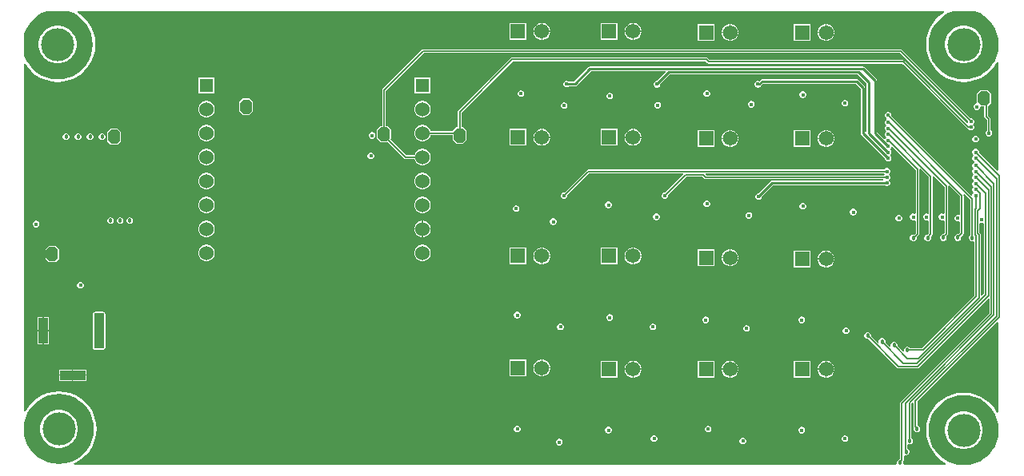
<source format=gbl>
G04*
G04 #@! TF.GenerationSoftware,Altium Limited,Altium Designer,21.5.1 (32)*
G04*
G04 Layer_Physical_Order=4*
G04 Layer_Color=16711680*
%FSLAX25Y25*%
%MOIN*%
G70*
G04*
G04 #@! TF.SameCoordinates,804D03E9-ECC6-49F7-9CEA-4D12CAEBA4D3*
G04*
G04*
G04 #@! TF.FilePolarity,Positive*
G04*
G01*
G75*
%ADD18C,0.01000*%
%ADD71C,0.00700*%
%ADD74R,0.05810X0.05810*%
%ADD75C,0.06000*%
%ADD76C,0.06200*%
%ADD77R,0.06200X0.06200*%
%ADD78R,0.03937X0.14567*%
%ADD79R,0.03937X0.10630*%
%ADD80R,0.10630X0.03937*%
%ADD81C,0.13780*%
%ADD82C,0.01800*%
%ADD83C,0.01772*%
G04:AMPARAMS|DCode=85|XSize=50mil|YSize=60mil|CornerRadius=0mil|HoleSize=0mil|Usage=FLASHONLY|Rotation=180.000|XOffset=0mil|YOffset=0mil|HoleType=Round|Shape=Octagon|*
%AMOCTAGOND85*
4,1,8,0.01250,-0.03000,-0.01250,-0.03000,-0.02500,-0.01750,-0.02500,0.01750,-0.01250,0.03000,0.01250,0.03000,0.02500,0.01750,0.02500,-0.01750,0.01250,-0.03000,0.0*
%
%ADD85OCTAGOND85*%

G36*
X399642Y190537D02*
X401600Y189337D01*
X403346Y187846D01*
X404837Y186100D01*
X406037Y184142D01*
X406915Y182021D01*
X407359Y180172D01*
Y174828D01*
X406915Y172979D01*
X406037Y170858D01*
X404837Y168900D01*
X403346Y167154D01*
X401600Y165663D01*
X399642Y164463D01*
X397521Y163585D01*
X395289Y163049D01*
X393000Y162868D01*
X390711Y163049D01*
X388479Y163585D01*
X386357Y164463D01*
X384400Y165663D01*
X382654Y167154D01*
X381163Y168900D01*
X379963Y170858D01*
X379085Y172979D01*
X378549Y175211D01*
X378368Y177500D01*
X378549Y179789D01*
X379085Y182021D01*
X379963Y184142D01*
X381163Y186100D01*
X382654Y187846D01*
X384400Y189337D01*
X386357Y190537D01*
X388372Y191371D01*
X397628D01*
X399642Y190537D01*
D02*
G37*
G36*
X22142D02*
X24100Y189337D01*
X25846Y187846D01*
X27337Y186100D01*
X28537Y184142D01*
X29415Y182021D01*
X29951Y179789D01*
X30132Y177500D01*
X29951Y175211D01*
X29415Y172979D01*
X28537Y170858D01*
X27337Y168900D01*
X25846Y167154D01*
X24100Y165663D01*
X22142Y164463D01*
X20021Y163585D01*
X17789Y163049D01*
X15500Y162868D01*
X13211Y163049D01*
X10979Y163585D01*
X8857Y164463D01*
X6900Y165663D01*
X5154Y167154D01*
X3663Y168900D01*
X2463Y170858D01*
X1633Y172863D01*
Y182138D01*
X2463Y184142D01*
X3663Y186100D01*
X5154Y187846D01*
X6900Y189337D01*
X8857Y190537D01*
X10872Y191371D01*
X20128D01*
X22142Y190537D01*
D02*
G37*
G36*
X384924Y190890D02*
X383781Y190189D01*
X381909Y188591D01*
X380311Y186719D01*
X379025Y184621D01*
X378083Y182347D01*
X377508Y179954D01*
X377315Y177500D01*
X377508Y175046D01*
X378083Y172653D01*
X379025Y170379D01*
X380311Y168281D01*
X381909Y166409D01*
X383781Y164811D01*
X385879Y163525D01*
X388153Y162583D01*
X390546Y162008D01*
X393000Y161815D01*
X395454Y162008D01*
X397847Y162583D01*
X400121Y163525D01*
X402219Y164811D01*
X404091Y166409D01*
X405689Y168281D01*
X406859Y170190D01*
X407359Y170049D01*
Y124875D01*
X406897Y124684D01*
X399377Y132204D01*
X399386Y132224D01*
Y132776D01*
X399175Y133285D01*
X398785Y133675D01*
X398276Y133886D01*
X397724D01*
X397215Y133675D01*
X396825Y133285D01*
X396614Y132776D01*
Y132224D01*
X396825Y131715D01*
X396964Y131577D01*
X397168Y131250D01*
X396964Y130923D01*
X396825Y130785D01*
X396614Y130276D01*
Y129724D01*
X396825Y129215D01*
X397215Y128825D01*
X397347Y128771D01*
Y128229D01*
X397215Y128175D01*
X396825Y127785D01*
X396614Y127276D01*
Y126724D01*
X396825Y126215D01*
X396964Y126077D01*
X397168Y125750D01*
X396964Y125423D01*
X396825Y125285D01*
X396614Y124776D01*
Y124224D01*
X396825Y123715D01*
X396964Y123577D01*
X397168Y123250D01*
X396964Y122923D01*
X396825Y122785D01*
X396614Y122276D01*
Y121724D01*
X396825Y121215D01*
X397100Y120940D01*
X397171Y120636D01*
X397100Y120332D01*
X396825Y120057D01*
X396614Y119547D01*
Y118996D01*
X396825Y118487D01*
X397176Y118136D01*
X396825Y117785D01*
X396614Y117276D01*
Y116724D01*
X396825Y116215D01*
X396964Y116077D01*
X397168Y115750D01*
X396964Y115423D01*
X396825Y115285D01*
X396614Y114776D01*
Y114674D01*
X396114Y114467D01*
X362877Y147704D01*
X362886Y147724D01*
Y148276D01*
X362675Y148785D01*
X362285Y149175D01*
X361776Y149386D01*
X361224D01*
X360715Y149175D01*
X360325Y148785D01*
X360114Y148276D01*
Y147724D01*
X360325Y147215D01*
X360715Y146825D01*
X360847Y146771D01*
Y146229D01*
X360715Y146175D01*
X360325Y145785D01*
X360114Y145276D01*
Y144724D01*
X360325Y144215D01*
X360464Y144077D01*
X360668Y143750D01*
X360464Y143423D01*
X360325Y143285D01*
X360114Y142776D01*
Y142224D01*
X360325Y141715D01*
X360464Y141577D01*
X360668Y141250D01*
X360464Y140923D01*
X360325Y140785D01*
X360114Y140276D01*
Y139724D01*
X360325Y139215D01*
X360464Y139077D01*
X360668Y138750D01*
X360464Y138423D01*
X360325Y138285D01*
X360245Y138093D01*
X359656Y137975D01*
X356918Y140713D01*
Y162500D01*
X356848Y162851D01*
X356649Y163149D01*
X351863Y167935D01*
X351565Y168134D01*
X351214Y168203D01*
X237286D01*
X236935Y168134D01*
X236637Y167935D01*
X230620Y161918D01*
X228542D01*
X228285Y162175D01*
X227776Y162386D01*
X227224D01*
X226715Y162175D01*
X226325Y161785D01*
X226114Y161276D01*
Y160724D01*
X226325Y160215D01*
X226715Y159825D01*
X227224Y159614D01*
X227776D01*
X228285Y159825D01*
X228542Y160082D01*
X231000D01*
X231351Y160152D01*
X231649Y160351D01*
X237666Y166368D01*
X268756D01*
X268947Y165906D01*
X265312Y162272D01*
X264949D01*
X264439Y162061D01*
X264050Y161671D01*
X263839Y161161D01*
Y160610D01*
X264050Y160101D01*
X264439Y159711D01*
X264949Y159500D01*
X265500D01*
X266009Y159711D01*
X266399Y160101D01*
X266610Y160610D01*
Y160974D01*
X270604Y164968D01*
X348734D01*
X352499Y161203D01*
Y141352D01*
X351999Y141085D01*
X351918Y141139D01*
Y159500D01*
X351848Y159851D01*
X351649Y160149D01*
X349035Y162763D01*
X348737Y162962D01*
X348386Y163032D01*
X309004D01*
X308653Y162962D01*
X308355Y162763D01*
X307772Y162180D01*
X307551Y162272D01*
X307000D01*
X306491Y162061D01*
X306101Y161671D01*
X305890Y161161D01*
Y160610D01*
X306101Y160101D01*
X306491Y159711D01*
X307000Y159500D01*
X307551D01*
X308061Y159711D01*
X308451Y160101D01*
X308566Y160381D01*
X308572Y160385D01*
X309384Y161196D01*
X348006D01*
X350082Y159120D01*
Y140333D01*
X350152Y139982D01*
X350351Y139684D01*
X360114Y129921D01*
Y129724D01*
X360325Y129215D01*
X360715Y128825D01*
X361224Y128614D01*
X361776D01*
X362285Y128825D01*
X362675Y129215D01*
X362886Y129724D01*
Y130276D01*
X362675Y130785D01*
X362537Y130923D01*
X362332Y131250D01*
X362537Y131577D01*
X362675Y131715D01*
X362886Y132224D01*
Y132776D01*
X362675Y133285D01*
X362537Y133423D01*
X362332Y133750D01*
X362537Y134077D01*
X362675Y134215D01*
X362818Y134561D01*
X363348Y134738D01*
X372971Y125114D01*
Y107139D01*
X372471Y106805D01*
X372276Y106886D01*
X371724D01*
X371215Y106675D01*
X370825Y106285D01*
X370614Y105776D01*
Y105224D01*
X370825Y104715D01*
X371215Y104325D01*
X371724Y104114D01*
X372276D01*
X372471Y104195D01*
X372971Y103861D01*
Y98793D01*
X372338Y98160D01*
X372310Y98172D01*
X371753D01*
X371238Y97958D01*
X370844Y97565D01*
X370631Y97050D01*
Y96493D01*
X370844Y95979D01*
X371238Y95585D01*
X371753Y95372D01*
X372310D01*
X372824Y95585D01*
X373218Y95979D01*
X373431Y96493D01*
Y97050D01*
X373419Y97078D01*
X374276Y97935D01*
X374276Y97935D01*
X374442Y98184D01*
X374500Y98476D01*
Y125378D01*
X374625Y125478D01*
X374974Y125611D01*
X378471Y122114D01*
Y107139D01*
X377971Y106805D01*
X377776Y106886D01*
X377224D01*
X376715Y106675D01*
X376325Y106285D01*
X376114Y105776D01*
Y105224D01*
X376325Y104715D01*
X376715Y104325D01*
X377224Y104114D01*
X377776D01*
X377971Y104195D01*
X378471Y103861D01*
Y98541D01*
X378052Y98122D01*
X377753D01*
X377238Y97909D01*
X376844Y97515D01*
X376631Y97001D01*
Y96444D01*
X376844Y95929D01*
X377238Y95536D01*
X377753Y95322D01*
X378310D01*
X378824Y95536D01*
X379218Y95929D01*
X379431Y96444D01*
Y97001D01*
X379332Y97240D01*
X379777Y97684D01*
X379942Y97932D01*
X380000Y98225D01*
X380000Y98225D01*
Y122378D01*
X380125Y122478D01*
X380474Y122611D01*
X384971Y118114D01*
Y107139D01*
X384471Y106805D01*
X384276Y106886D01*
X383724D01*
X383215Y106675D01*
X382825Y106285D01*
X382614Y105776D01*
Y105224D01*
X382825Y104715D01*
X383215Y104325D01*
X383724Y104114D01*
X384276D01*
X384471Y104195D01*
X384971Y103861D01*
Y98742D01*
X384552Y98323D01*
X384253D01*
X383738Y98110D01*
X383344Y97716D01*
X383131Y97202D01*
Y96645D01*
X383344Y96130D01*
X383738Y95736D01*
X384253Y95523D01*
X384810D01*
X385324Y95736D01*
X385718Y96130D01*
X385931Y96645D01*
Y97202D01*
X385832Y97440D01*
X386277Y97885D01*
X386442Y98133D01*
X386501Y98425D01*
X386501Y98426D01*
Y118378D01*
X386625Y118478D01*
X386975Y118611D01*
X391471Y114114D01*
Y106639D01*
X390971Y106305D01*
X390776Y106386D01*
X390224D01*
X389715Y106175D01*
X389325Y105785D01*
X389114Y105276D01*
Y104724D01*
X389325Y104215D01*
X389715Y103825D01*
X390224Y103614D01*
X390776D01*
X390971Y103695D01*
X391471Y103361D01*
Y98895D01*
X390838Y98262D01*
X390810Y98274D01*
X390253D01*
X389738Y98061D01*
X389344Y97667D01*
X389131Y97153D01*
Y96596D01*
X389344Y96081D01*
X389738Y95687D01*
X390253Y95474D01*
X390810D01*
X391324Y95687D01*
X391718Y96081D01*
X391931Y96596D01*
Y97153D01*
X391919Y97181D01*
X392776Y98038D01*
X392776Y98038D01*
X392942Y98286D01*
X393001Y98579D01*
Y114431D01*
X392942Y114724D01*
X392851Y114860D01*
X393239Y115179D01*
X395767Y112652D01*
Y98023D01*
X395738Y98012D01*
X395344Y97618D01*
X395131Y97103D01*
Y96546D01*
X395344Y96032D01*
X395738Y95638D01*
X396253Y95425D01*
X396810D01*
X397017Y95511D01*
X397517Y95177D01*
Y72598D01*
X375683Y50765D01*
X370699D01*
X370687Y50793D01*
X370293Y51187D01*
X369778Y51400D01*
X369221D01*
X368707Y51187D01*
X368313Y50793D01*
X368100Y50279D01*
Y49722D01*
X368187Y49512D01*
X367763Y49229D01*
X365362Y51630D01*
X365400Y51722D01*
Y52279D01*
X365187Y52793D01*
X364793Y53187D01*
X364279Y53400D01*
X363721D01*
X363207Y53187D01*
X362813Y52793D01*
X362600Y52279D01*
Y51722D01*
X362687Y51512D01*
X362263Y51228D01*
X360362Y53130D01*
X360400Y53221D01*
Y53778D01*
X360187Y54293D01*
X359793Y54687D01*
X359278Y54900D01*
X358721D01*
X358207Y54687D01*
X357813Y54293D01*
X357600Y53778D01*
Y53221D01*
X357687Y53012D01*
X357263Y52728D01*
X354362Y55630D01*
X354400Y55721D01*
Y56279D01*
X354187Y56793D01*
X353793Y57187D01*
X353278Y57400D01*
X352722D01*
X352207Y57187D01*
X351813Y56793D01*
X351600Y56279D01*
Y55721D01*
X351813Y55207D01*
X352207Y54813D01*
X352722Y54600D01*
X353229D01*
X365369Y42459D01*
X365617Y42294D01*
X365910Y42235D01*
X373667D01*
X373959Y42294D01*
X374208Y42459D01*
X403209Y71461D01*
X403671Y71270D01*
Y65308D01*
X369682Y31319D01*
X366709Y28346D01*
X366544Y28098D01*
X366485Y27806D01*
Y4400D01*
X366221D01*
X365707Y4187D01*
X365313Y3793D01*
X365100Y3278D01*
Y2722D01*
X365117Y2680D01*
X364783Y2180D01*
X22363D01*
X22265Y2671D01*
X23121Y3025D01*
X25219Y4311D01*
X27091Y5909D01*
X28689Y7781D01*
X29975Y9879D01*
X30917Y12153D01*
X31492Y14546D01*
X31685Y17000D01*
X31492Y19454D01*
X30917Y21847D01*
X29975Y24121D01*
X28689Y26219D01*
X27091Y28091D01*
X25219Y29689D01*
X23121Y30975D01*
X20847Y31917D01*
X18454Y32492D01*
X16000Y32685D01*
X13546Y32492D01*
X11153Y31917D01*
X8879Y30975D01*
X6781Y29689D01*
X4909Y28091D01*
X3311Y26219D01*
X2133Y24297D01*
X1633Y24438D01*
Y169282D01*
X2114Y169418D01*
X2811Y168281D01*
X4409Y166409D01*
X6281Y164811D01*
X8379Y163525D01*
X10653Y162583D01*
X13046Y162008D01*
X15500Y161815D01*
X17954Y162008D01*
X20347Y162583D01*
X22621Y163525D01*
X24719Y164811D01*
X26591Y166409D01*
X28189Y168281D01*
X29475Y170379D01*
X30417Y172653D01*
X30992Y175046D01*
X31185Y177500D01*
X30992Y179954D01*
X30417Y182347D01*
X29475Y184621D01*
X28189Y186719D01*
X26591Y188591D01*
X24719Y190189D01*
X23576Y190890D01*
X23712Y191371D01*
X384788D01*
X384924Y190890D01*
D02*
G37*
G36*
X400224Y103114D02*
X400776D01*
X400971Y103195D01*
X401471Y102861D01*
Y73441D01*
X400608Y72578D01*
X400146Y72769D01*
Y98005D01*
X400088Y98298D01*
X399922Y98546D01*
X399529Y98939D01*
Y102861D01*
X400029Y103195D01*
X400224Y103114D01*
D02*
G37*
G36*
X407359Y61513D02*
Y23951D01*
X406859Y23810D01*
X405689Y25719D01*
X404091Y27591D01*
X402219Y29189D01*
X400121Y30475D01*
X397847Y31417D01*
X395454Y31992D01*
X393000Y32185D01*
X390546Y31992D01*
X388153Y31417D01*
X385879Y30475D01*
X383781Y29189D01*
X381909Y27591D01*
X380311Y25719D01*
X379025Y23621D01*
X378083Y21347D01*
X377508Y18954D01*
X377315Y16500D01*
X377508Y14046D01*
X378083Y11653D01*
X379025Y9379D01*
X380311Y7281D01*
X381909Y5409D01*
X383781Y3811D01*
X385626Y2680D01*
X385485Y2180D01*
X368217D01*
X367883Y2680D01*
X367900Y2722D01*
Y3278D01*
X367822Y3466D01*
X367956Y3667D01*
X368015Y3960D01*
Y5852D01*
X368515Y6186D01*
X368722Y6100D01*
X369279D01*
X369793Y6313D01*
X370187Y6707D01*
X370400Y7221D01*
Y7779D01*
X370187Y8293D01*
X369793Y8687D01*
X369515Y8802D01*
Y10352D01*
X370015Y10686D01*
X370221Y10600D01*
X370778D01*
X371293Y10813D01*
X371687Y11207D01*
X371900Y11722D01*
Y12279D01*
X371687Y12793D01*
X371293Y13187D01*
X371265Y13199D01*
Y27628D01*
X371651Y28014D01*
X372113Y27823D01*
Y17948D01*
X372171Y17655D01*
X372241Y17551D01*
X372128Y17278D01*
Y16722D01*
X372341Y16207D01*
X372735Y15813D01*
X373249Y15600D01*
X373806D01*
X374321Y15813D01*
X374715Y16207D01*
X374928Y16722D01*
Y17278D01*
X374715Y17793D01*
X374321Y18187D01*
X373806Y18400D01*
X373642D01*
Y28450D01*
X406897Y61705D01*
X407359Y61513D01*
D02*
G37*
G36*
X18289Y31451D02*
X20521Y30915D01*
X22643Y30037D01*
X24600Y28837D01*
X26346Y27346D01*
X27837Y25600D01*
X29037Y23642D01*
X29915Y21521D01*
X30451Y19289D01*
X30632Y17000D01*
X30451Y14711D01*
X29915Y12479D01*
X29037Y10357D01*
X27837Y8400D01*
X26346Y6654D01*
X24600Y5163D01*
X22643Y3963D01*
X20521Y3085D01*
X18289Y2549D01*
X16000Y2369D01*
X13711Y2549D01*
X11479Y3085D01*
X9358Y3963D01*
X7400Y5163D01*
X5654Y6654D01*
X4163Y8400D01*
X2963Y10357D01*
X2085Y12479D01*
X1633Y14361D01*
Y19639D01*
X2085Y21521D01*
X2963Y23642D01*
X4163Y25600D01*
X5654Y27346D01*
X7400Y28837D01*
X9358Y30037D01*
X11479Y30915D01*
X13711Y31451D01*
X16000Y31631D01*
X18289Y31451D01*
D02*
G37*
G36*
X395289Y30951D02*
X397521Y30415D01*
X399642Y29537D01*
X401600Y28337D01*
X403346Y26846D01*
X404837Y25100D01*
X406037Y23143D01*
X406915Y21021D01*
X407359Y19172D01*
Y13828D01*
X406915Y11979D01*
X406037Y9858D01*
X404837Y7900D01*
X403346Y6154D01*
X401600Y4663D01*
X399642Y3463D01*
X397521Y2585D01*
X395836Y2180D01*
X390164D01*
X388479Y2585D01*
X386357Y3463D01*
X384400Y4663D01*
X382654Y6154D01*
X381163Y7900D01*
X379963Y9858D01*
X379085Y11979D01*
X378549Y14211D01*
X378368Y16500D01*
X378549Y18789D01*
X379085Y21021D01*
X379963Y23143D01*
X381163Y25100D01*
X382654Y26846D01*
X384400Y28337D01*
X386357Y29537D01*
X388479Y30415D01*
X390711Y30951D01*
X393000Y31132D01*
X395289Y30951D01*
D02*
G37*
%LPC*%
G36*
X393776Y185374D02*
X392225D01*
X390703Y185071D01*
X389270Y184478D01*
X387981Y183616D01*
X386884Y182519D01*
X386022Y181230D01*
X385429Y179797D01*
X385126Y178276D01*
Y176725D01*
X385429Y175203D01*
X386022Y173770D01*
X386884Y172481D01*
X387981Y171384D01*
X389270Y170522D01*
X390703Y169929D01*
X392225Y169626D01*
X393776D01*
X395297Y169929D01*
X396730Y170522D01*
X398019Y171384D01*
X399116Y172481D01*
X399978Y173770D01*
X400571Y175203D01*
X400874Y176725D01*
Y178276D01*
X400571Y179797D01*
X399978Y181230D01*
X399116Y182519D01*
X398019Y183616D01*
X396730Y184478D01*
X395297Y185071D01*
X393776Y185374D01*
D02*
G37*
G36*
X16275D02*
X14725D01*
X13203Y185071D01*
X11770Y184478D01*
X10481Y183616D01*
X9384Y182519D01*
X8522Y181230D01*
X7929Y179797D01*
X7626Y178276D01*
Y176725D01*
X7929Y175203D01*
X8522Y173770D01*
X9384Y172481D01*
X10481Y171384D01*
X11770Y170522D01*
X13203Y169929D01*
X14725Y169626D01*
X16275D01*
X17797Y169929D01*
X19230Y170522D01*
X20519Y171384D01*
X21616Y172481D01*
X22478Y173770D01*
X23071Y175203D01*
X23374Y176725D01*
Y178276D01*
X23071Y179797D01*
X22478Y181230D01*
X21616Y182519D01*
X20519Y183616D01*
X19230Y184478D01*
X17797Y185071D01*
X16275Y185374D01*
D02*
G37*
G36*
X255638Y186500D02*
X255377D01*
Y183200D01*
X258677D01*
Y183461D01*
X258439Y184351D01*
X257978Y185149D01*
X257326Y185801D01*
X256528Y186261D01*
X255638Y186500D01*
D02*
G37*
G36*
X254977D02*
X254716D01*
X253826Y186261D01*
X253028Y185801D01*
X252377Y185149D01*
X251916Y184351D01*
X251677Y183461D01*
Y183200D01*
X254977D01*
Y186500D01*
D02*
G37*
G36*
X217638D02*
X217377D01*
Y183200D01*
X220677D01*
Y183461D01*
X220439Y184351D01*
X219978Y185149D01*
X219326Y185801D01*
X218528Y186261D01*
X217638Y186500D01*
D02*
G37*
G36*
X216977D02*
X216716D01*
X215826Y186261D01*
X215028Y185801D01*
X214376Y185149D01*
X213916Y184351D01*
X213677Y183461D01*
Y183200D01*
X216977D01*
Y186500D01*
D02*
G37*
G36*
X336138Y186000D02*
X335877D01*
Y182700D01*
X339177D01*
Y182961D01*
X338939Y183851D01*
X338478Y184649D01*
X337826Y185301D01*
X337028Y185761D01*
X336138Y186000D01*
D02*
G37*
G36*
X335477D02*
X335216D01*
X334326Y185761D01*
X333528Y185301D01*
X332876Y184649D01*
X332416Y183851D01*
X332177Y182961D01*
Y182700D01*
X335477D01*
Y186000D01*
D02*
G37*
G36*
X296138D02*
X295877D01*
Y182700D01*
X299177D01*
Y182961D01*
X298939Y183851D01*
X298478Y184649D01*
X297826Y185301D01*
X297028Y185761D01*
X296138Y186000D01*
D02*
G37*
G36*
X295477D02*
X295216D01*
X294326Y185761D01*
X293528Y185301D01*
X292877Y184649D01*
X292416Y183851D01*
X292177Y182961D01*
Y182700D01*
X295477D01*
Y186000D01*
D02*
G37*
G36*
X258677Y182800D02*
X255377D01*
Y179500D01*
X255638D01*
X256528Y179738D01*
X257326Y180199D01*
X257978Y180851D01*
X258439Y181649D01*
X258677Y182539D01*
Y182800D01*
D02*
G37*
G36*
X254977D02*
X251677D01*
Y182539D01*
X251916Y181649D01*
X252377Y180851D01*
X253028Y180199D01*
X253826Y179738D01*
X254716Y179500D01*
X254977D01*
Y182800D01*
D02*
G37*
G36*
X248677Y186500D02*
X241677D01*
Y179500D01*
X248677D01*
Y186500D01*
D02*
G37*
G36*
X220677Y182800D02*
X217377D01*
Y179500D01*
X217638D01*
X218528Y179738D01*
X219326Y180199D01*
X219978Y180851D01*
X220439Y181649D01*
X220677Y182539D01*
Y182800D01*
D02*
G37*
G36*
X216977D02*
X213677D01*
Y182539D01*
X213916Y181649D01*
X214376Y180851D01*
X215028Y180199D01*
X215826Y179738D01*
X216716Y179500D01*
X216977D01*
Y182800D01*
D02*
G37*
G36*
X210677Y186500D02*
X203677D01*
Y179500D01*
X210677D01*
Y186500D01*
D02*
G37*
G36*
X339177Y182300D02*
X335877D01*
Y179000D01*
X336138D01*
X337028Y179238D01*
X337826Y179699D01*
X338478Y180351D01*
X338939Y181149D01*
X339177Y182039D01*
Y182300D01*
D02*
G37*
G36*
X335477D02*
X332177D01*
Y182039D01*
X332416Y181149D01*
X332876Y180351D01*
X333528Y179699D01*
X334326Y179238D01*
X335216Y179000D01*
X335477D01*
Y182300D01*
D02*
G37*
G36*
X329177Y186000D02*
X322177D01*
Y179000D01*
X329177D01*
Y186000D01*
D02*
G37*
G36*
X299177Y182300D02*
X295877D01*
Y179000D01*
X296138D01*
X297028Y179238D01*
X297826Y179699D01*
X298478Y180351D01*
X298939Y181149D01*
X299177Y182039D01*
Y182300D01*
D02*
G37*
G36*
X295477D02*
X292177D01*
Y182039D01*
X292416Y181149D01*
X292877Y180351D01*
X293528Y179699D01*
X294326Y179238D01*
X295216Y179000D01*
X295477D01*
Y182300D01*
D02*
G37*
G36*
X289177Y186000D02*
X282177D01*
Y179000D01*
X289177D01*
Y186000D01*
D02*
G37*
G36*
X170805Y163805D02*
X164195D01*
Y157195D01*
X170805D01*
Y163805D01*
D02*
G37*
G36*
X80805D02*
X74195D01*
Y157195D01*
X80805D01*
Y163805D01*
D02*
G37*
G36*
X286276Y158386D02*
X285724D01*
X285215Y158175D01*
X284825Y157785D01*
X284614Y157276D01*
Y156724D01*
X284825Y156215D01*
X285215Y155825D01*
X285724Y155614D01*
X286276D01*
X286785Y155825D01*
X287175Y156215D01*
X287386Y156724D01*
Y157276D01*
X287175Y157785D01*
X286785Y158175D01*
X286276Y158386D01*
D02*
G37*
G36*
X208776D02*
X208224D01*
X207715Y158175D01*
X207325Y157785D01*
X207114Y157276D01*
Y156724D01*
X207325Y156215D01*
X207715Y155825D01*
X208224Y155614D01*
X208776D01*
X209285Y155825D01*
X209675Y156215D01*
X209886Y156724D01*
Y157276D01*
X209675Y157785D01*
X209285Y158175D01*
X208776Y158386D01*
D02*
G37*
G36*
X326276Y157886D02*
X325724D01*
X325215Y157675D01*
X324825Y157285D01*
X324614Y156776D01*
Y156224D01*
X324825Y155715D01*
X325215Y155325D01*
X325724Y155114D01*
X326276D01*
X326785Y155325D01*
X327175Y155715D01*
X327386Y156224D01*
Y156776D01*
X327175Y157285D01*
X326785Y157675D01*
X326276Y157886D01*
D02*
G37*
G36*
X245776Y157386D02*
X245224D01*
X244715Y157175D01*
X244325Y156785D01*
X244114Y156276D01*
Y155724D01*
X244325Y155215D01*
X244715Y154825D01*
X245224Y154614D01*
X245776D01*
X246285Y154825D01*
X246675Y155215D01*
X246886Y155724D01*
Y156276D01*
X246675Y156785D01*
X246285Y157175D01*
X245776Y157386D01*
D02*
G37*
G36*
X343776Y154386D02*
X343224D01*
X342715Y154175D01*
X342325Y153785D01*
X342114Y153276D01*
Y152724D01*
X342325Y152215D01*
X342715Y151825D01*
X343224Y151614D01*
X343776D01*
X344285Y151825D01*
X344675Y152215D01*
X344886Y152724D01*
Y153276D01*
X344675Y153785D01*
X344285Y154175D01*
X343776Y154386D01*
D02*
G37*
G36*
X304776Y153886D02*
X304224D01*
X303715Y153675D01*
X303325Y153285D01*
X303114Y152776D01*
Y152224D01*
X303325Y151715D01*
X303715Y151325D01*
X304224Y151114D01*
X304776D01*
X305285Y151325D01*
X305675Y151715D01*
X305886Y152224D01*
Y152776D01*
X305675Y153285D01*
X305285Y153675D01*
X304776Y153886D01*
D02*
G37*
G36*
X265776Y153500D02*
X265224D01*
X264715Y153289D01*
X264325Y152899D01*
X264114Y152390D01*
Y151839D01*
X264325Y151329D01*
X264715Y150939D01*
X265224Y150728D01*
X265776D01*
X266285Y150939D01*
X266675Y151329D01*
X266886Y151839D01*
Y152390D01*
X266675Y152899D01*
X266285Y153289D01*
X265776Y153500D01*
D02*
G37*
G36*
X226776Y153386D02*
X226224D01*
X225715Y153175D01*
X225325Y152785D01*
X225114Y152276D01*
Y151724D01*
X225325Y151215D01*
X225715Y150825D01*
X226224Y150614D01*
X226776D01*
X227285Y150825D01*
X227675Y151215D01*
X227886Y151724D01*
Y152276D01*
X227675Y152785D01*
X227285Y153175D01*
X226776Y153386D01*
D02*
G37*
G36*
X95450Y154900D02*
X92550D01*
X91100Y153450D01*
Y149550D01*
X92550Y148100D01*
X95450D01*
X96900Y149550D01*
Y153450D01*
X95450Y154900D01*
D02*
G37*
G36*
X167948Y153900D02*
X167052D01*
X166188Y153668D01*
X165412Y153221D01*
X164779Y152588D01*
X164332Y151812D01*
X164100Y150948D01*
Y150052D01*
X164332Y149188D01*
X164779Y148412D01*
X165412Y147779D01*
X166188Y147332D01*
X167052Y147100D01*
X167948D01*
X168812Y147332D01*
X169588Y147779D01*
X170221Y148412D01*
X170668Y149188D01*
X170900Y150052D01*
Y150948D01*
X170668Y151812D01*
X170221Y152588D01*
X169588Y153221D01*
X168812Y153668D01*
X167948Y153900D01*
D02*
G37*
G36*
X77948D02*
X77052D01*
X76188Y153668D01*
X75412Y153221D01*
X74779Y152588D01*
X74332Y151812D01*
X74100Y150948D01*
Y150052D01*
X74332Y149188D01*
X74779Y148412D01*
X75412Y147779D01*
X76188Y147332D01*
X77052Y147100D01*
X77948D01*
X78812Y147332D01*
X79588Y147779D01*
X80221Y148412D01*
X80668Y149188D01*
X80900Y150052D01*
Y150948D01*
X80668Y151812D01*
X80221Y152588D01*
X79588Y153221D01*
X78812Y153668D01*
X77948Y153900D01*
D02*
G37*
G36*
X366650Y175501D02*
X167736D01*
X167443Y175442D01*
X167195Y175277D01*
X150959Y159041D01*
X150794Y158793D01*
X150735Y158500D01*
Y143400D01*
X150050D01*
X148600Y141950D01*
Y138050D01*
X150050Y136600D01*
X152950D01*
X153134Y136784D01*
X159959Y129959D01*
X160207Y129794D01*
X160500Y129735D01*
X164185D01*
X164332Y129188D01*
X164779Y128412D01*
X165412Y127779D01*
X166188Y127332D01*
X167052Y127100D01*
X167948D01*
X168812Y127332D01*
X169588Y127779D01*
X170221Y128412D01*
X170668Y129188D01*
X170900Y130052D01*
Y130948D01*
X170668Y131812D01*
X170221Y132588D01*
X169588Y133221D01*
X168812Y133668D01*
X167948Y133900D01*
X167052D01*
X166188Y133668D01*
X165412Y133221D01*
X164779Y132588D01*
X164332Y131812D01*
X164185Y131265D01*
X160817D01*
X154216Y137866D01*
X154400Y138050D01*
Y141950D01*
X152950Y143400D01*
X152265D01*
Y158183D01*
X168053Y173971D01*
X366333D01*
X394737Y145568D01*
X394728Y145547D01*
Y144996D01*
X394732Y144988D01*
X394308Y144704D01*
X368208Y170805D01*
X367959Y170971D01*
X367667Y171029D01*
X287004D01*
X286256Y171776D01*
X286008Y171942D01*
X285716Y172001D01*
X204736D01*
X204736Y172001D01*
X204443Y171942D01*
X204195Y171776D01*
X204195Y171776D01*
X182459Y150041D01*
X182293Y149793D01*
X182235Y149500D01*
Y142900D01*
X181550D01*
X180100Y141450D01*
Y141265D01*
X170815D01*
X170668Y141812D01*
X170221Y142588D01*
X169588Y143221D01*
X168812Y143668D01*
X167948Y143900D01*
X167052D01*
X166188Y143668D01*
X165412Y143221D01*
X164779Y142588D01*
X164332Y141812D01*
X164100Y140948D01*
Y140052D01*
X164332Y139188D01*
X164779Y138412D01*
X165412Y137779D01*
X166188Y137332D01*
X167052Y137100D01*
X167948D01*
X168812Y137332D01*
X169588Y137779D01*
X170221Y138412D01*
X170668Y139188D01*
X170815Y139735D01*
X180100D01*
Y137550D01*
X181550Y136100D01*
X184450D01*
X185900Y137550D01*
Y141450D01*
X184450Y142900D01*
X183765D01*
Y149183D01*
X205053Y170471D01*
X285399D01*
X286146Y169723D01*
X286146Y169723D01*
X286395Y169558D01*
X286687Y169500D01*
X367350D01*
X394313Y142537D01*
X394313Y142536D01*
X394561Y142371D01*
X394854Y142313D01*
X394854Y142313D01*
X394899D01*
X394939Y142215D01*
X395329Y141825D01*
X395838Y141614D01*
X396390D01*
X396899Y141825D01*
X397289Y142215D01*
X397500Y142724D01*
Y143276D01*
X397289Y143785D01*
X396938Y144136D01*
X397289Y144487D01*
X397500Y144996D01*
Y145547D01*
X397289Y146057D01*
X396899Y146447D01*
X396390Y146658D01*
X395838D01*
X395818Y146649D01*
X367191Y175277D01*
X366943Y175442D01*
X366650Y175501D01*
D02*
G37*
G36*
X402950Y158400D02*
X400050D01*
X398600Y156950D01*
Y153050D01*
X398176Y152866D01*
X397715Y152675D01*
X397325Y152285D01*
X397114Y151776D01*
Y151224D01*
X397325Y150715D01*
X397715Y150325D01*
X398224Y150114D01*
X398776D01*
X399285Y150325D01*
X399675Y150715D01*
X399866Y151176D01*
X400050Y151600D01*
X401635D01*
Y147325D01*
X401693Y147032D01*
X401859Y146784D01*
X402735Y145908D01*
Y141683D01*
X402715Y141675D01*
X402325Y141285D01*
X402114Y140776D01*
Y140224D01*
X402325Y139715D01*
X402715Y139325D01*
X403224Y139114D01*
X403776D01*
X404285Y139325D01*
X404675Y139715D01*
X404886Y140224D01*
Y140776D01*
X404675Y141285D01*
X404285Y141675D01*
X404265Y141683D01*
Y146225D01*
X404207Y146518D01*
X404041Y146766D01*
X404041Y146766D01*
X403165Y147642D01*
Y151815D01*
X404400Y153050D01*
Y156950D01*
X402950Y158400D01*
D02*
G37*
G36*
X255638Y142206D02*
X255377D01*
Y138906D01*
X258677D01*
Y139166D01*
X258439Y140057D01*
X257978Y140855D01*
X257326Y141506D01*
X256528Y141967D01*
X255638Y142206D01*
D02*
G37*
G36*
X254977D02*
X254716D01*
X253826Y141967D01*
X253028Y141506D01*
X252377Y140855D01*
X251916Y140057D01*
X251677Y139166D01*
Y138906D01*
X254977D01*
Y142206D01*
D02*
G37*
G36*
X217638D02*
X217377D01*
Y138906D01*
X220677D01*
Y139166D01*
X220439Y140057D01*
X219978Y140855D01*
X219326Y141506D01*
X218528Y141967D01*
X217638Y142206D01*
D02*
G37*
G36*
X216977D02*
X216716D01*
X215826Y141967D01*
X215028Y141506D01*
X214376Y140855D01*
X213916Y140057D01*
X213677Y139166D01*
Y138906D01*
X216977D01*
Y142206D01*
D02*
G37*
G36*
X336138Y141706D02*
X335877D01*
Y138406D01*
X339177D01*
Y138666D01*
X338939Y139557D01*
X338478Y140355D01*
X337826Y141006D01*
X337028Y141467D01*
X336138Y141706D01*
D02*
G37*
G36*
X335477D02*
X335216D01*
X334326Y141467D01*
X333528Y141006D01*
X332876Y140355D01*
X332416Y139557D01*
X332177Y138666D01*
Y138406D01*
X335477D01*
Y141706D01*
D02*
G37*
G36*
X296138D02*
X295877D01*
Y138406D01*
X299177D01*
Y138666D01*
X298939Y139557D01*
X298478Y140355D01*
X297826Y141006D01*
X297028Y141467D01*
X296138Y141706D01*
D02*
G37*
G36*
X295477D02*
X295216D01*
X294326Y141467D01*
X293528Y141006D01*
X292877Y140355D01*
X292416Y139557D01*
X292177Y138666D01*
Y138406D01*
X295477D01*
Y141706D01*
D02*
G37*
G36*
X146776Y140886D02*
X146224D01*
X145715Y140675D01*
X145325Y140285D01*
X145114Y139776D01*
Y139224D01*
X145325Y138715D01*
X145715Y138325D01*
X146224Y138114D01*
X146776D01*
X147285Y138325D01*
X147675Y138715D01*
X147886Y139224D01*
Y139776D01*
X147675Y140285D01*
X147285Y140675D01*
X146776Y140886D01*
D02*
G37*
G36*
X34279Y140400D02*
X33722D01*
X33207Y140187D01*
X32813Y139793D01*
X32600Y139278D01*
Y138722D01*
X32813Y138207D01*
X33207Y137813D01*
X33722Y137600D01*
X34279D01*
X34793Y137813D01*
X35187Y138207D01*
X35400Y138722D01*
Y139278D01*
X35187Y139793D01*
X34793Y140187D01*
X34279Y140400D01*
D02*
G37*
G36*
X29278D02*
X28721D01*
X28207Y140187D01*
X27813Y139793D01*
X27600Y139278D01*
Y138722D01*
X27813Y138207D01*
X28207Y137813D01*
X28721Y137600D01*
X29278D01*
X29793Y137813D01*
X30187Y138207D01*
X30400Y138722D01*
Y139278D01*
X30187Y139793D01*
X29793Y140187D01*
X29278Y140400D01*
D02*
G37*
G36*
X24279D02*
X23721D01*
X23207Y140187D01*
X22813Y139793D01*
X22600Y139278D01*
Y138722D01*
X22813Y138207D01*
X23207Y137813D01*
X23721Y137600D01*
X24279D01*
X24793Y137813D01*
X25187Y138207D01*
X25400Y138722D01*
Y139278D01*
X25187Y139793D01*
X24793Y140187D01*
X24279Y140400D01*
D02*
G37*
G36*
X19278D02*
X18722D01*
X18207Y140187D01*
X17813Y139793D01*
X17600Y139278D01*
Y138722D01*
X17813Y138207D01*
X18207Y137813D01*
X18722Y137600D01*
X19278D01*
X19793Y137813D01*
X20187Y138207D01*
X20400Y138722D01*
Y139278D01*
X20187Y139793D01*
X19793Y140187D01*
X19278Y140400D01*
D02*
G37*
G36*
X77948Y143900D02*
X77052D01*
X76188Y143668D01*
X75412Y143221D01*
X74779Y142588D01*
X74332Y141812D01*
X74100Y140948D01*
Y140052D01*
X74332Y139188D01*
X74779Y138412D01*
X75412Y137779D01*
X76188Y137332D01*
X77052Y137100D01*
X77948D01*
X78812Y137332D01*
X79588Y137779D01*
X80221Y138412D01*
X80668Y139188D01*
X80900Y140052D01*
Y140948D01*
X80668Y141812D01*
X80221Y142588D01*
X79588Y143221D01*
X78812Y143668D01*
X77948Y143900D01*
D02*
G37*
G36*
X398276Y139386D02*
X397724D01*
X397215Y139175D01*
X396825Y138785D01*
X396614Y138276D01*
Y137724D01*
X396825Y137215D01*
X397215Y136825D01*
X397724Y136614D01*
X398276D01*
X398785Y136825D01*
X399175Y137215D01*
X399386Y137724D01*
Y138276D01*
X399175Y138785D01*
X398785Y139175D01*
X398276Y139386D01*
D02*
G37*
G36*
X40450Y142400D02*
X37550D01*
X36100Y140950D01*
Y137050D01*
X37550Y135600D01*
X40450D01*
X41900Y137050D01*
Y140950D01*
X40450Y142400D01*
D02*
G37*
G36*
X258677Y138505D02*
X255377D01*
Y135205D01*
X255638D01*
X256528Y135444D01*
X257326Y135905D01*
X257978Y136556D01*
X258439Y137355D01*
X258677Y138245D01*
Y138505D01*
D02*
G37*
G36*
X254977D02*
X251677D01*
Y138245D01*
X251916Y137355D01*
X252377Y136556D01*
X253028Y135905D01*
X253826Y135444D01*
X254716Y135205D01*
X254977D01*
Y138505D01*
D02*
G37*
G36*
X248677Y142206D02*
X241677D01*
Y135205D01*
X248677D01*
Y142206D01*
D02*
G37*
G36*
X220677Y138505D02*
X217377D01*
Y135205D01*
X217638D01*
X218528Y135444D01*
X219326Y135905D01*
X219978Y136556D01*
X220439Y137355D01*
X220677Y138245D01*
Y138505D01*
D02*
G37*
G36*
X216977D02*
X213677D01*
Y138245D01*
X213916Y137355D01*
X214376Y136556D01*
X215028Y135905D01*
X215826Y135444D01*
X216716Y135205D01*
X216977D01*
Y138505D01*
D02*
G37*
G36*
X210677Y142206D02*
X203677D01*
Y135205D01*
X210677D01*
Y142206D01*
D02*
G37*
G36*
X339177Y138005D02*
X335877D01*
Y134705D01*
X336138D01*
X337028Y134944D01*
X337826Y135405D01*
X338478Y136056D01*
X338939Y136855D01*
X339177Y137745D01*
Y138005D01*
D02*
G37*
G36*
X335477D02*
X332177D01*
Y137745D01*
X332416Y136855D01*
X332876Y136056D01*
X333528Y135405D01*
X334326Y134944D01*
X335216Y134705D01*
X335477D01*
Y138005D01*
D02*
G37*
G36*
X329177Y141706D02*
X322177D01*
Y134705D01*
X329177D01*
Y141706D01*
D02*
G37*
G36*
X299177Y138005D02*
X295877D01*
Y134705D01*
X296138D01*
X297028Y134944D01*
X297826Y135405D01*
X298478Y136056D01*
X298939Y136855D01*
X299177Y137745D01*
Y138005D01*
D02*
G37*
G36*
X295477D02*
X292177D01*
Y137745D01*
X292416Y136855D01*
X292877Y136056D01*
X293528Y135405D01*
X294326Y134944D01*
X295216Y134705D01*
X295477D01*
Y138005D01*
D02*
G37*
G36*
X289177Y141706D02*
X282177D01*
Y134705D01*
X289177D01*
Y141706D01*
D02*
G37*
G36*
X146276Y132386D02*
X145724D01*
X145215Y132175D01*
X144825Y131785D01*
X144614Y131276D01*
Y130724D01*
X144825Y130215D01*
X145215Y129825D01*
X145724Y129614D01*
X146276D01*
X146785Y129825D01*
X147175Y130215D01*
X147386Y130724D01*
Y131276D01*
X147175Y131785D01*
X146785Y132175D01*
X146276Y132386D01*
D02*
G37*
G36*
X77948Y133900D02*
X77052D01*
X76188Y133668D01*
X75412Y133221D01*
X74779Y132588D01*
X74332Y131812D01*
X74100Y130948D01*
Y130052D01*
X74332Y129188D01*
X74779Y128412D01*
X75412Y127779D01*
X76188Y127332D01*
X77052Y127100D01*
X77948D01*
X78812Y127332D01*
X79588Y127779D01*
X80221Y128412D01*
X80668Y129188D01*
X80900Y130052D01*
Y130948D01*
X80668Y131812D01*
X80221Y132588D01*
X79588Y133221D01*
X78812Y133668D01*
X77948Y133900D01*
D02*
G37*
G36*
X361276Y125886D02*
X360724D01*
X360215Y125675D01*
X359825Y125285D01*
X359817Y125265D01*
X236614D01*
X236614Y125265D01*
X236321Y125206D01*
X236073Y125041D01*
X236073Y125041D01*
X226796Y115763D01*
X226776Y115772D01*
X226224D01*
X225715Y115561D01*
X225325Y115171D01*
X225114Y114662D01*
Y114110D01*
X225325Y113601D01*
X225715Y113211D01*
X226224Y113000D01*
X226776D01*
X227285Y113211D01*
X227675Y113601D01*
X227886Y114110D01*
Y114662D01*
X227877Y114682D01*
X236931Y123735D01*
X276061D01*
X276268Y123235D01*
X268796Y115763D01*
X268776Y115772D01*
X268224D01*
X267715Y115561D01*
X267325Y115171D01*
X267114Y114662D01*
Y114110D01*
X267325Y113601D01*
X267715Y113211D01*
X268224Y113000D01*
X268776D01*
X269285Y113211D01*
X269675Y113601D01*
X269886Y114110D01*
Y114662D01*
X269877Y114682D01*
X277431Y122235D01*
X284183D01*
X284959Y121459D01*
X284959Y121459D01*
X285207Y121293D01*
X285500Y121235D01*
X359390D01*
X359450Y121146D01*
X359182Y120646D01*
X313228D01*
X312877Y120576D01*
X312579Y120377D01*
X307588Y115386D01*
X307224D01*
X306715Y115175D01*
X306325Y114785D01*
X306114Y114276D01*
Y113724D01*
X306325Y113215D01*
X306715Y112825D01*
X307224Y112614D01*
X307776D01*
X308285Y112825D01*
X308675Y113215D01*
X308886Y113724D01*
Y114088D01*
X313608Y118811D01*
X359958D01*
X360215Y118553D01*
X360724Y118342D01*
X361276D01*
X361785Y118553D01*
X362175Y118943D01*
X362386Y119453D01*
Y120004D01*
X362175Y120513D01*
X361824Y120864D01*
X362175Y121215D01*
X362386Y121724D01*
Y122276D01*
X362175Y122785D01*
X362036Y122923D01*
X361832Y123250D01*
X362036Y123577D01*
X362175Y123715D01*
X362386Y124224D01*
Y124776D01*
X362175Y125285D01*
X361785Y125675D01*
X361276Y125886D01*
D02*
G37*
G36*
X167948Y123900D02*
X167052D01*
X166188Y123668D01*
X165412Y123221D01*
X164779Y122588D01*
X164332Y121812D01*
X164100Y120948D01*
Y120052D01*
X164332Y119188D01*
X164779Y118412D01*
X165412Y117779D01*
X166188Y117332D01*
X167052Y117100D01*
X167948D01*
X168812Y117332D01*
X169588Y117779D01*
X170221Y118412D01*
X170668Y119188D01*
X170900Y120052D01*
Y120948D01*
X170668Y121812D01*
X170221Y122588D01*
X169588Y123221D01*
X168812Y123668D01*
X167948Y123900D01*
D02*
G37*
G36*
X77948D02*
X77052D01*
X76188Y123668D01*
X75412Y123221D01*
X74779Y122588D01*
X74332Y121812D01*
X74100Y120948D01*
Y120052D01*
X74332Y119188D01*
X74779Y118412D01*
X75412Y117779D01*
X76188Y117332D01*
X77052Y117100D01*
X77948D01*
X78812Y117332D01*
X79588Y117779D01*
X80221Y118412D01*
X80668Y119188D01*
X80900Y120052D01*
Y120948D01*
X80668Y121812D01*
X80221Y122588D01*
X79588Y123221D01*
X78812Y123668D01*
X77948Y123900D01*
D02*
G37*
G36*
X286276Y112386D02*
X285724D01*
X285215Y112175D01*
X284825Y111785D01*
X284614Y111276D01*
Y110724D01*
X284825Y110215D01*
X285215Y109825D01*
X285724Y109614D01*
X286276D01*
X286785Y109825D01*
X287175Y110215D01*
X287386Y110724D01*
Y111276D01*
X287175Y111785D01*
X286785Y112175D01*
X286276Y112386D01*
D02*
G37*
G36*
X245276Y111886D02*
X244724D01*
X244215Y111675D01*
X243825Y111285D01*
X243614Y110776D01*
Y110224D01*
X243825Y109715D01*
X244215Y109325D01*
X244724Y109114D01*
X245276D01*
X245785Y109325D01*
X246175Y109715D01*
X246386Y110224D01*
Y110776D01*
X246175Y111285D01*
X245785Y111675D01*
X245276Y111886D01*
D02*
G37*
G36*
X326276Y111386D02*
X325724D01*
X325215Y111175D01*
X324825Y110785D01*
X324614Y110276D01*
Y109724D01*
X324825Y109215D01*
X325215Y108825D01*
X325724Y108614D01*
X326276D01*
X326785Y108825D01*
X327175Y109215D01*
X327386Y109724D01*
Y110276D01*
X327175Y110785D01*
X326785Y111175D01*
X326276Y111386D01*
D02*
G37*
G36*
X206776Y110386D02*
X206224D01*
X205715Y110175D01*
X205325Y109785D01*
X205114Y109276D01*
Y108724D01*
X205325Y108215D01*
X205715Y107825D01*
X206224Y107614D01*
X206776D01*
X207285Y107825D01*
X207675Y108215D01*
X207886Y108724D01*
Y109276D01*
X207675Y109785D01*
X207285Y110175D01*
X206776Y110386D01*
D02*
G37*
G36*
X167948Y113900D02*
X167052D01*
X166188Y113668D01*
X165412Y113221D01*
X164779Y112588D01*
X164332Y111812D01*
X164100Y110948D01*
Y110052D01*
X164332Y109188D01*
X164779Y108412D01*
X165412Y107779D01*
X166188Y107332D01*
X167052Y107100D01*
X167948D01*
X168812Y107332D01*
X169588Y107779D01*
X170221Y108412D01*
X170668Y109188D01*
X170900Y110052D01*
Y110948D01*
X170668Y111812D01*
X170221Y112588D01*
X169588Y113221D01*
X168812Y113668D01*
X167948Y113900D01*
D02*
G37*
G36*
X77948D02*
X77052D01*
X76188Y113668D01*
X75412Y113221D01*
X74779Y112588D01*
X74332Y111812D01*
X74100Y110948D01*
Y110052D01*
X74332Y109188D01*
X74779Y108412D01*
X75412Y107779D01*
X76188Y107332D01*
X77052Y107100D01*
X77948D01*
X78812Y107332D01*
X79588Y107779D01*
X80221Y108412D01*
X80668Y109188D01*
X80900Y110052D01*
Y110948D01*
X80668Y111812D01*
X80221Y112588D01*
X79588Y113221D01*
X78812Y113668D01*
X77948Y113900D01*
D02*
G37*
G36*
X347276Y108886D02*
X346724D01*
X346215Y108675D01*
X345825Y108285D01*
X345614Y107776D01*
Y107224D01*
X345825Y106715D01*
X346215Y106325D01*
X346724Y106114D01*
X347276D01*
X347785Y106325D01*
X348175Y106715D01*
X348386Y107224D01*
Y107776D01*
X348175Y108285D01*
X347785Y108675D01*
X347276Y108886D01*
D02*
G37*
G36*
X303776Y107500D02*
X303224D01*
X302715Y107289D01*
X302325Y106899D01*
X302114Y106390D01*
Y105839D01*
X302325Y105329D01*
X302715Y104939D01*
X303224Y104728D01*
X303776D01*
X304285Y104939D01*
X304675Y105329D01*
X304886Y105839D01*
Y106390D01*
X304675Y106899D01*
X304285Y107289D01*
X303776Y107500D01*
D02*
G37*
G36*
X265276Y106886D02*
X264724D01*
X264215Y106675D01*
X263825Y106285D01*
X263614Y105776D01*
Y105224D01*
X263825Y104715D01*
X264215Y104325D01*
X264724Y104114D01*
X265276D01*
X265785Y104325D01*
X266175Y104715D01*
X266386Y105224D01*
Y105776D01*
X266175Y106285D01*
X265785Y106675D01*
X265276Y106886D01*
D02*
G37*
G36*
X366276Y106386D02*
X365724D01*
X365215Y106175D01*
X364825Y105785D01*
X364614Y105276D01*
Y104724D01*
X364825Y104215D01*
X365215Y103825D01*
X365724Y103614D01*
X366276D01*
X366785Y103825D01*
X367175Y104215D01*
X367386Y104724D01*
Y105276D01*
X367175Y105785D01*
X366785Y106175D01*
X366276Y106386D01*
D02*
G37*
G36*
X45779Y105400D02*
X45221D01*
X44707Y105187D01*
X44313Y104793D01*
X44100Y104279D01*
Y103721D01*
X44313Y103207D01*
X44707Y102813D01*
X45221Y102600D01*
X45779D01*
X46293Y102813D01*
X46687Y103207D01*
X46900Y103721D01*
Y104279D01*
X46687Y104793D01*
X46293Y105187D01*
X45779Y105400D01*
D02*
G37*
G36*
X41778D02*
X41221D01*
X40707Y105187D01*
X40313Y104793D01*
X40100Y104279D01*
Y103721D01*
X40313Y103207D01*
X40707Y102813D01*
X41221Y102600D01*
X41778D01*
X42293Y102813D01*
X42687Y103207D01*
X42900Y103721D01*
Y104279D01*
X42687Y104793D01*
X42293Y105187D01*
X41778Y105400D01*
D02*
G37*
G36*
X37778D02*
X37222D01*
X36707Y105187D01*
X36313Y104793D01*
X36100Y104279D01*
Y103721D01*
X36313Y103207D01*
X36707Y102813D01*
X37222Y102600D01*
X37778D01*
X38293Y102813D01*
X38687Y103207D01*
X38900Y103721D01*
Y104279D01*
X38687Y104793D01*
X38293Y105187D01*
X37778Y105400D01*
D02*
G37*
G36*
X222276Y104886D02*
X221724D01*
X221215Y104675D01*
X220825Y104285D01*
X220614Y103776D01*
Y103224D01*
X220825Y102715D01*
X221215Y102325D01*
X221724Y102114D01*
X222276D01*
X222785Y102325D01*
X223175Y102715D01*
X223386Y103224D01*
Y103776D01*
X223175Y104285D01*
X222785Y104675D01*
X222276Y104886D01*
D02*
G37*
G36*
X6776Y103886D02*
X6224D01*
X5715Y103675D01*
X5325Y103285D01*
X5114Y102776D01*
Y102224D01*
X5325Y101715D01*
X5715Y101325D01*
X6224Y101114D01*
X6776D01*
X7285Y101325D01*
X7675Y101715D01*
X7886Y102224D01*
Y102776D01*
X7675Y103285D01*
X7285Y103675D01*
X6776Y103886D01*
D02*
G37*
G36*
X167948Y103900D02*
X167700D01*
Y100700D01*
X170900D01*
Y100948D01*
X170668Y101812D01*
X170221Y102588D01*
X169588Y103221D01*
X168812Y103668D01*
X167948Y103900D01*
D02*
G37*
G36*
X167300D02*
X167052D01*
X166188Y103668D01*
X165412Y103221D01*
X164779Y102588D01*
X164332Y101812D01*
X164100Y100948D01*
Y100700D01*
X167300D01*
Y103900D01*
D02*
G37*
G36*
X170900Y100300D02*
X167700D01*
Y97100D01*
X167948D01*
X168812Y97332D01*
X169588Y97779D01*
X170221Y98412D01*
X170668Y99188D01*
X170900Y100052D01*
Y100300D01*
D02*
G37*
G36*
X167300D02*
X164100D01*
Y100052D01*
X164332Y99188D01*
X164779Y98412D01*
X165412Y97779D01*
X166188Y97332D01*
X167052Y97100D01*
X167300D01*
Y100300D01*
D02*
G37*
G36*
X77948Y103900D02*
X77052D01*
X76188Y103668D01*
X75412Y103221D01*
X74779Y102588D01*
X74332Y101812D01*
X74100Y100948D01*
Y100052D01*
X74332Y99188D01*
X74779Y98412D01*
X75412Y97779D01*
X76188Y97332D01*
X77052Y97100D01*
X77948D01*
X78812Y97332D01*
X79588Y97779D01*
X80221Y98412D01*
X80668Y99188D01*
X80900Y100052D01*
Y100948D01*
X80668Y101812D01*
X80221Y102588D01*
X79588Y103221D01*
X78812Y103668D01*
X77948Y103900D01*
D02*
G37*
G36*
X255638Y92706D02*
X255377D01*
Y89406D01*
X258677D01*
Y89666D01*
X258439Y90557D01*
X257978Y91355D01*
X257326Y92006D01*
X256528Y92467D01*
X255638Y92706D01*
D02*
G37*
G36*
X254977D02*
X254716D01*
X253826Y92467D01*
X253028Y92006D01*
X252377Y91355D01*
X251916Y90557D01*
X251677Y89666D01*
Y89406D01*
X254977D01*
Y92706D01*
D02*
G37*
G36*
X217638D02*
X217377D01*
Y89406D01*
X220677D01*
Y89666D01*
X220439Y90557D01*
X219978Y91355D01*
X219326Y92006D01*
X218528Y92467D01*
X217638Y92706D01*
D02*
G37*
G36*
X216977D02*
X216716D01*
X215826Y92467D01*
X215028Y92006D01*
X214376Y91355D01*
X213916Y90557D01*
X213677Y89666D01*
Y89406D01*
X216977D01*
Y92706D01*
D02*
G37*
G36*
X296138Y92000D02*
X295877D01*
Y88700D01*
X299177D01*
Y88961D01*
X298939Y89851D01*
X298478Y90649D01*
X297826Y91301D01*
X297028Y91761D01*
X296138Y92000D01*
D02*
G37*
G36*
X295477D02*
X295216D01*
X294326Y91761D01*
X293528Y91301D01*
X292877Y90649D01*
X292416Y89851D01*
X292177Y88961D01*
Y88700D01*
X295477D01*
Y92000D01*
D02*
G37*
G36*
X336138Y91500D02*
X335877D01*
Y88200D01*
X339177D01*
Y88461D01*
X338939Y89351D01*
X338478Y90149D01*
X337826Y90801D01*
X337028Y91262D01*
X336138Y91500D01*
D02*
G37*
G36*
X335477D02*
X335216D01*
X334326Y91262D01*
X333528Y90801D01*
X332876Y90149D01*
X332416Y89351D01*
X332177Y88461D01*
Y88200D01*
X335477D01*
Y91500D01*
D02*
G37*
G36*
X167948Y93900D02*
X167052D01*
X166188Y93668D01*
X165412Y93221D01*
X164779Y92588D01*
X164332Y91812D01*
X164100Y90948D01*
Y90052D01*
X164332Y89188D01*
X164779Y88412D01*
X165412Y87779D01*
X166188Y87332D01*
X167052Y87100D01*
X167948D01*
X168812Y87332D01*
X169588Y87779D01*
X170221Y88412D01*
X170668Y89188D01*
X170900Y90052D01*
Y90948D01*
X170668Y91812D01*
X170221Y92588D01*
X169588Y93221D01*
X168812Y93668D01*
X167948Y93900D01*
D02*
G37*
G36*
X77948D02*
X77052D01*
X76188Y93668D01*
X75412Y93221D01*
X74779Y92588D01*
X74332Y91812D01*
X74100Y90948D01*
Y90052D01*
X74332Y89188D01*
X74779Y88412D01*
X75412Y87779D01*
X76188Y87332D01*
X77052Y87100D01*
X77948D01*
X78812Y87332D01*
X79588Y87779D01*
X80221Y88412D01*
X80668Y89188D01*
X80900Y90052D01*
Y90948D01*
X80668Y91812D01*
X80221Y92588D01*
X79588Y93221D01*
X78812Y93668D01*
X77948Y93900D01*
D02*
G37*
G36*
X14722Y93400D02*
X11822D01*
X10372Y91950D01*
Y88050D01*
X11822Y86600D01*
X14722D01*
X16172Y88050D01*
Y91950D01*
X14722Y93400D01*
D02*
G37*
G36*
X258677Y89006D02*
X255377D01*
Y85706D01*
X255638D01*
X256528Y85944D01*
X257326Y86405D01*
X257978Y87056D01*
X258439Y87855D01*
X258677Y88745D01*
Y89006D01*
D02*
G37*
G36*
X254977D02*
X251677D01*
Y88745D01*
X251916Y87855D01*
X252377Y87056D01*
X253028Y86405D01*
X253826Y85944D01*
X254716Y85706D01*
X254977D01*
Y89006D01*
D02*
G37*
G36*
X248677Y92706D02*
X241677D01*
Y85706D01*
X248677D01*
Y92706D01*
D02*
G37*
G36*
X220677Y89006D02*
X217377D01*
Y85706D01*
X217638D01*
X218528Y85944D01*
X219326Y86405D01*
X219978Y87056D01*
X220439Y87855D01*
X220677Y88745D01*
Y89006D01*
D02*
G37*
G36*
X216977D02*
X213677D01*
Y88745D01*
X213916Y87855D01*
X214376Y87056D01*
X215028Y86405D01*
X215826Y85944D01*
X216716Y85706D01*
X216977D01*
Y89006D01*
D02*
G37*
G36*
X210677Y92706D02*
X203677D01*
Y85706D01*
X210677D01*
Y92706D01*
D02*
G37*
G36*
X299177Y88300D02*
X295877D01*
Y85000D01*
X296138D01*
X297028Y85238D01*
X297826Y85699D01*
X298478Y86351D01*
X298939Y87149D01*
X299177Y88039D01*
Y88300D01*
D02*
G37*
G36*
X295477D02*
X292177D01*
Y88039D01*
X292416Y87149D01*
X292877Y86351D01*
X293528Y85699D01*
X294326Y85238D01*
X295216Y85000D01*
X295477D01*
Y88300D01*
D02*
G37*
G36*
X289177Y92000D02*
X282177D01*
Y85000D01*
X289177D01*
Y92000D01*
D02*
G37*
G36*
X339177Y87800D02*
X335877D01*
Y84500D01*
X336138D01*
X337028Y84738D01*
X337826Y85199D01*
X338478Y85851D01*
X338939Y86649D01*
X339177Y87539D01*
Y87800D01*
D02*
G37*
G36*
X335477D02*
X332177D01*
Y87539D01*
X332416Y86649D01*
X332876Y85851D01*
X333528Y85199D01*
X334326Y84738D01*
X335216Y84500D01*
X335477D01*
Y87800D01*
D02*
G37*
G36*
X329177Y91500D02*
X322177D01*
Y84500D01*
X329177D01*
Y91500D01*
D02*
G37*
G36*
X25276Y78386D02*
X24724D01*
X24215Y78175D01*
X23825Y77785D01*
X23614Y77276D01*
Y76724D01*
X23825Y76215D01*
X24215Y75825D01*
X24724Y75614D01*
X25276D01*
X25785Y75825D01*
X26175Y76215D01*
X26386Y76724D01*
Y77276D01*
X26175Y77785D01*
X25785Y78175D01*
X25276Y78386D01*
D02*
G37*
G36*
X207276Y65886D02*
X206724D01*
X206215Y65675D01*
X205825Y65285D01*
X205614Y64776D01*
Y64224D01*
X205825Y63715D01*
X206215Y63325D01*
X206724Y63114D01*
X207276D01*
X207785Y63325D01*
X208175Y63715D01*
X208386Y64224D01*
Y64776D01*
X208175Y65285D01*
X207785Y65675D01*
X207276Y65886D01*
D02*
G37*
G36*
X245776Y64886D02*
X245224D01*
X244715Y64675D01*
X244325Y64285D01*
X244114Y63776D01*
Y63224D01*
X244325Y62715D01*
X244715Y62325D01*
X245224Y62114D01*
X245776D01*
X246285Y62325D01*
X246675Y62715D01*
X246886Y63224D01*
Y63776D01*
X246675Y64285D01*
X246285Y64675D01*
X245776Y64886D01*
D02*
G37*
G36*
X325776Y63886D02*
X325224D01*
X324715Y63675D01*
X324325Y63285D01*
X324114Y62776D01*
Y62224D01*
X324325Y61715D01*
X324715Y61325D01*
X325224Y61114D01*
X325776D01*
X326285Y61325D01*
X326675Y61715D01*
X326886Y62224D01*
Y62776D01*
X326675Y63285D01*
X326285Y63675D01*
X325776Y63886D01*
D02*
G37*
G36*
X285776D02*
X285224D01*
X284715Y63675D01*
X284325Y63285D01*
X284114Y62776D01*
Y62224D01*
X284325Y61715D01*
X284715Y61325D01*
X285224Y61114D01*
X285776D01*
X286285Y61325D01*
X286675Y61715D01*
X286886Y62224D01*
Y62776D01*
X286675Y63285D01*
X286285Y63675D01*
X285776Y63886D01*
D02*
G37*
G36*
X263776Y61000D02*
X263224D01*
X262715Y60789D01*
X262325Y60399D01*
X262114Y59890D01*
Y59338D01*
X262325Y58829D01*
X262715Y58439D01*
X263224Y58228D01*
X263776D01*
X264285Y58439D01*
X264675Y58829D01*
X264886Y59338D01*
Y59890D01*
X264675Y60399D01*
X264285Y60789D01*
X263776Y61000D01*
D02*
G37*
G36*
X225276D02*
X224724D01*
X224215Y60789D01*
X223825Y60399D01*
X223614Y59890D01*
Y59338D01*
X223825Y58829D01*
X224215Y58439D01*
X224724Y58228D01*
X225276D01*
X225785Y58439D01*
X226175Y58829D01*
X226386Y59338D01*
Y59890D01*
X226175Y60399D01*
X225785Y60789D01*
X225276Y61000D01*
D02*
G37*
G36*
X11868Y63715D02*
X9700D01*
Y58200D01*
X11868D01*
Y63715D01*
D02*
G37*
G36*
X9300D02*
X7131D01*
Y58200D01*
X9300D01*
Y63715D01*
D02*
G37*
G36*
X302776Y60386D02*
X302224D01*
X301715Y60175D01*
X301325Y59785D01*
X301114Y59276D01*
Y58724D01*
X301325Y58215D01*
X301715Y57825D01*
X302224Y57614D01*
X302776D01*
X303285Y57825D01*
X303675Y58215D01*
X303886Y58724D01*
Y59276D01*
X303675Y59785D01*
X303285Y60175D01*
X302776Y60386D01*
D02*
G37*
G36*
X344276Y59386D02*
X343724D01*
X343215Y59175D01*
X342825Y58785D01*
X342614Y58276D01*
Y57724D01*
X342825Y57215D01*
X343215Y56825D01*
X343724Y56614D01*
X344276D01*
X344785Y56825D01*
X345175Y57215D01*
X345386Y57724D01*
Y58276D01*
X345175Y58785D01*
X344785Y59175D01*
X344276Y59386D01*
D02*
G37*
G36*
X11868Y57800D02*
X9700D01*
Y52285D01*
X11868D01*
Y57800D01*
D02*
G37*
G36*
X9300D02*
X7131D01*
Y52285D01*
X9300D01*
Y57800D01*
D02*
G37*
G36*
X34303Y65893D02*
X31154D01*
X30770Y65817D01*
X30570Y65684D01*
X30360D01*
Y65474D01*
X30226Y65274D01*
X30150Y64890D01*
Y51110D01*
X30226Y50726D01*
X30360Y50526D01*
Y50317D01*
X30570D01*
X30770Y50183D01*
X31154Y50107D01*
X34303D01*
X34687Y50183D01*
X34887Y50317D01*
X35097D01*
Y50526D01*
X35230Y50726D01*
X35307Y51110D01*
Y64890D01*
X35230Y65274D01*
X35097Y65474D01*
Y65684D01*
X34887D01*
X34687Y65817D01*
X34303Y65893D01*
D02*
G37*
G36*
X217638Y46000D02*
X217377D01*
Y42700D01*
X220677D01*
Y42961D01*
X220439Y43851D01*
X219978Y44649D01*
X219326Y45301D01*
X218528Y45761D01*
X217638Y46000D01*
D02*
G37*
G36*
X216977D02*
X216716D01*
X215826Y45761D01*
X215028Y45301D01*
X214376Y44649D01*
X213916Y43851D01*
X213677Y42961D01*
Y42700D01*
X216977D01*
Y46000D01*
D02*
G37*
G36*
X336138Y45500D02*
X335877D01*
Y42200D01*
X339177D01*
Y42461D01*
X338939Y43351D01*
X338478Y44149D01*
X337826Y44801D01*
X337028Y45261D01*
X336138Y45500D01*
D02*
G37*
G36*
X335477D02*
X335216D01*
X334326Y45261D01*
X333528Y44801D01*
X332876Y44149D01*
X332416Y43351D01*
X332177Y42461D01*
Y42200D01*
X335477D01*
Y45500D01*
D02*
G37*
G36*
X296138D02*
X295877D01*
Y42200D01*
X299177D01*
Y42461D01*
X298939Y43351D01*
X298478Y44149D01*
X297826Y44801D01*
X297028Y45261D01*
X296138Y45500D01*
D02*
G37*
G36*
X295477D02*
X295216D01*
X294326Y45261D01*
X293528Y44801D01*
X292877Y44149D01*
X292416Y43351D01*
X292177Y42461D01*
Y42200D01*
X295477D01*
Y45500D01*
D02*
G37*
G36*
X255638D02*
X255377D01*
Y42200D01*
X258677D01*
Y42461D01*
X258439Y43351D01*
X257978Y44149D01*
X257326Y44801D01*
X256528Y45261D01*
X255638Y45500D01*
D02*
G37*
G36*
X254977D02*
X254716D01*
X253826Y45261D01*
X253028Y44801D01*
X252377Y44149D01*
X251916Y43351D01*
X251677Y42461D01*
Y42200D01*
X254977D01*
Y45500D01*
D02*
G37*
G36*
X27420Y41865D02*
X21905D01*
Y39696D01*
X27420D01*
Y41865D01*
D02*
G37*
G36*
X21505D02*
X15990D01*
Y39696D01*
X21505D01*
Y41865D01*
D02*
G37*
G36*
X220677Y42300D02*
X217377D01*
Y39000D01*
X217638D01*
X218528Y39239D01*
X219326Y39699D01*
X219978Y40351D01*
X220439Y41149D01*
X220677Y42039D01*
Y42300D01*
D02*
G37*
G36*
X216977D02*
X213677D01*
Y42039D01*
X213916Y41149D01*
X214376Y40351D01*
X215028Y39699D01*
X215826Y39239D01*
X216716Y39000D01*
X216977D01*
Y42300D01*
D02*
G37*
G36*
X210677Y46000D02*
X203677D01*
Y39000D01*
X210677D01*
Y46000D01*
D02*
G37*
G36*
X339177Y41800D02*
X335877D01*
Y38500D01*
X336138D01*
X337028Y38739D01*
X337826Y39199D01*
X338478Y39851D01*
X338939Y40649D01*
X339177Y41539D01*
Y41800D01*
D02*
G37*
G36*
X335477D02*
X332177D01*
Y41539D01*
X332416Y40649D01*
X332876Y39851D01*
X333528Y39199D01*
X334326Y38739D01*
X335216Y38500D01*
X335477D01*
Y41800D01*
D02*
G37*
G36*
X329177Y45500D02*
X322177D01*
Y38500D01*
X329177D01*
Y45500D01*
D02*
G37*
G36*
X299177Y41800D02*
X295877D01*
Y38500D01*
X296138D01*
X297028Y38739D01*
X297826Y39199D01*
X298478Y39851D01*
X298939Y40649D01*
X299177Y41539D01*
Y41800D01*
D02*
G37*
G36*
X295477D02*
X292177D01*
Y41539D01*
X292416Y40649D01*
X292877Y39851D01*
X293528Y39199D01*
X294326Y38739D01*
X295216Y38500D01*
X295477D01*
Y41800D01*
D02*
G37*
G36*
X289177Y45500D02*
X282177D01*
Y38500D01*
X289177D01*
Y45500D01*
D02*
G37*
G36*
X258677Y41800D02*
X255377D01*
Y38500D01*
X255638D01*
X256528Y38739D01*
X257326Y39199D01*
X257978Y39851D01*
X258439Y40649D01*
X258677Y41539D01*
Y41800D01*
D02*
G37*
G36*
X254977D02*
X251677D01*
Y41539D01*
X251916Y40649D01*
X252377Y39851D01*
X253028Y39199D01*
X253826Y38739D01*
X254716Y38500D01*
X254977D01*
Y41800D01*
D02*
G37*
G36*
X248677Y45500D02*
X241677D01*
Y38500D01*
X248677D01*
Y45500D01*
D02*
G37*
G36*
X27420Y39296D02*
X21905D01*
Y37128D01*
X27420D01*
Y39296D01*
D02*
G37*
G36*
X21505D02*
X15990D01*
Y37128D01*
X21505D01*
Y39296D01*
D02*
G37*
G36*
X286776Y18386D02*
X286224D01*
X285715Y18175D01*
X285325Y17785D01*
X285114Y17276D01*
Y16724D01*
X285325Y16215D01*
X285715Y15825D01*
X286224Y15614D01*
X286776D01*
X287285Y15825D01*
X287675Y16215D01*
X287886Y16724D01*
Y17276D01*
X287675Y17785D01*
X287285Y18175D01*
X286776Y18386D01*
D02*
G37*
G36*
X207276D02*
X206724D01*
X206215Y18175D01*
X205825Y17785D01*
X205614Y17276D01*
Y16724D01*
X205825Y16215D01*
X206215Y15825D01*
X206724Y15614D01*
X207276D01*
X207785Y15825D01*
X208175Y16215D01*
X208386Y16724D01*
Y17276D01*
X208175Y17785D01*
X207785Y18175D01*
X207276Y18386D01*
D02*
G37*
G36*
X325776Y17886D02*
X325224D01*
X324715Y17675D01*
X324325Y17285D01*
X324114Y16776D01*
Y16224D01*
X324325Y15715D01*
X324715Y15325D01*
X325224Y15114D01*
X325776D01*
X326285Y15325D01*
X326675Y15715D01*
X326886Y16224D01*
Y16776D01*
X326675Y17285D01*
X326285Y17675D01*
X325776Y17886D01*
D02*
G37*
G36*
X245276D02*
X244724D01*
X244215Y17675D01*
X243825Y17285D01*
X243614Y16776D01*
Y16224D01*
X243825Y15715D01*
X244215Y15325D01*
X244724Y15114D01*
X245276D01*
X245785Y15325D01*
X246175Y15715D01*
X246386Y16224D01*
Y16776D01*
X246175Y17285D01*
X245785Y17675D01*
X245276Y17886D01*
D02*
G37*
G36*
X343776Y14386D02*
X343224D01*
X342715Y14175D01*
X342325Y13785D01*
X342114Y13276D01*
Y12724D01*
X342325Y12215D01*
X342715Y11825D01*
X343224Y11614D01*
X343776D01*
X344285Y11825D01*
X344675Y12215D01*
X344886Y12724D01*
Y13276D01*
X344675Y13785D01*
X344285Y14175D01*
X343776Y14386D01*
D02*
G37*
G36*
X264276D02*
X263724D01*
X263215Y14175D01*
X262825Y13785D01*
X262614Y13276D01*
Y12724D01*
X262825Y12215D01*
X263215Y11825D01*
X263724Y11614D01*
X264276D01*
X264785Y11825D01*
X265175Y12215D01*
X265386Y12724D01*
Y13276D01*
X265175Y13785D01*
X264785Y14175D01*
X264276Y14386D01*
D02*
G37*
G36*
X301276Y13386D02*
X300724D01*
X300215Y13175D01*
X299825Y12785D01*
X299614Y12276D01*
Y11724D01*
X299825Y11215D01*
X300215Y10825D01*
X300724Y10614D01*
X301276D01*
X301785Y10825D01*
X302175Y11215D01*
X302386Y11724D01*
Y12276D01*
X302175Y12785D01*
X301785Y13175D01*
X301276Y13386D01*
D02*
G37*
G36*
X224776Y12886D02*
X224224D01*
X223715Y12675D01*
X223325Y12285D01*
X223114Y11776D01*
Y11224D01*
X223325Y10715D01*
X223715Y10325D01*
X224224Y10114D01*
X224776D01*
X225285Y10325D01*
X225675Y10715D01*
X225886Y11224D01*
Y11776D01*
X225675Y12285D01*
X225285Y12675D01*
X224776Y12886D01*
D02*
G37*
%LPD*%
G36*
X359825Y123715D02*
X359963Y123577D01*
X360168Y123250D01*
X359963Y122923D01*
X359825Y122785D01*
X359817Y122765D01*
X285817D01*
X285346Y123235D01*
X285553Y123735D01*
X359817D01*
X359825Y123715D01*
D02*
G37*
%LPC*%
G36*
X16775Y24874D02*
X15225D01*
X13703Y24571D01*
X12270Y23978D01*
X10981Y23116D01*
X9884Y22019D01*
X9022Y20730D01*
X8429Y19297D01*
X8126Y17775D01*
Y16225D01*
X8429Y14703D01*
X9022Y13270D01*
X9884Y11981D01*
X10981Y10884D01*
X12270Y10022D01*
X13703Y9429D01*
X15225Y9126D01*
X16775D01*
X18297Y9429D01*
X19730Y10022D01*
X21019Y10884D01*
X22116Y11981D01*
X22978Y13270D01*
X23571Y14703D01*
X23874Y16225D01*
Y17775D01*
X23571Y19297D01*
X22978Y20730D01*
X22116Y22019D01*
X21019Y23116D01*
X19730Y23978D01*
X18297Y24571D01*
X16775Y24874D01*
D02*
G37*
G36*
X393776Y24374D02*
X392225D01*
X390703Y24071D01*
X389270Y23478D01*
X387981Y22616D01*
X386884Y21519D01*
X386022Y20230D01*
X385429Y18797D01*
X385126Y17276D01*
Y15724D01*
X385429Y14203D01*
X386022Y12770D01*
X386884Y11481D01*
X387981Y10384D01*
X389270Y9522D01*
X390703Y8929D01*
X392225Y8626D01*
X393776D01*
X395297Y8929D01*
X396730Y9522D01*
X398019Y10384D01*
X399116Y11481D01*
X399978Y12770D01*
X400571Y14203D01*
X400874Y15724D01*
Y17276D01*
X400571Y18797D01*
X399978Y20230D01*
X399116Y21519D01*
X398019Y22616D01*
X396730Y23478D01*
X395297Y24071D01*
X393776Y24374D01*
D02*
G37*
%LPD*%
D18*
X307500Y114000D02*
X313228Y119728D01*
X361000D01*
X270224Y165886D02*
X349114D01*
X265224Y160886D02*
X270224Y165886D01*
X307923Y161033D02*
X309004Y162114D01*
X307423Y161033D02*
X307923D01*
X309004Y162114D02*
X348386D01*
X307276Y160886D02*
X307423Y161033D01*
X231000Y161000D02*
X237286Y167286D01*
X351214D02*
X356000Y162500D01*
X349114Y165886D02*
X353416Y161583D01*
X237286Y167286D02*
X351214D01*
X348386Y162114D02*
X351000Y159500D01*
Y140333D02*
Y159500D01*
Y140333D02*
X361333Y130000D01*
X356000Y140333D02*
Y162500D01*
Y140333D02*
X361333Y135000D01*
X353416Y140417D02*
Y161583D01*
Y140417D02*
X361333Y132500D01*
Y130000D02*
X361500D01*
X361333Y135000D02*
X361500D01*
X227500Y161000D02*
X231000D01*
X361333Y132500D02*
X361500D01*
D71*
X402400Y147325D02*
Y154100D01*
X401500Y155000D02*
X402400Y154100D01*
Y147325D02*
X403500Y146225D01*
Y140500D02*
Y146225D01*
X284500Y123000D02*
X285500Y122000D01*
X361000D01*
X277114Y123000D02*
X284500D01*
X268500Y114386D02*
X277114Y123000D01*
X226500Y114386D02*
X236614Y124500D01*
X361000D01*
X373528Y17000D02*
Y17298D01*
X286687Y170264D02*
X367667D01*
X394854Y143077D01*
X183000Y149500D02*
X204736Y171236D01*
X285716D02*
X286687Y170264D01*
X204736Y171236D02*
X285716D01*
X167736Y174736D02*
X366650D01*
X151500Y158500D02*
X167736Y174736D01*
X366650D02*
X396114Y145272D01*
X402236Y73125D02*
Y115219D01*
X398764Y108144D02*
X399736Y109116D01*
X398183Y119272D02*
X402236Y115219D01*
X399736Y109116D02*
Y115264D01*
X399381Y71826D02*
Y98005D01*
X373611Y44500D02*
X402236Y73125D01*
X398000Y117000D02*
X399736Y115264D01*
X398764Y98622D02*
X399381Y98005D01*
X398000Y122000D02*
X403336Y116664D01*
Y72669D02*
Y116664D01*
X373667Y43000D02*
X403336Y72669D01*
X398281Y72281D02*
Y97550D01*
X370222Y30778D02*
X404436Y64991D01*
X397664Y98167D02*
X398281Y97550D01*
X398000Y124500D02*
X404436Y118064D01*
Y64991D02*
Y118064D01*
X397664Y98167D02*
Y108600D01*
X371000Y30000D02*
X405536Y64536D01*
X406636Y64080D02*
Y121364D01*
X374056Y46500D02*
X399381Y71826D01*
X372878Y28767D02*
X407736Y63625D01*
X398000Y108936D02*
Y114500D01*
X370500Y27944D02*
X406636Y64080D01*
X407736Y63625D02*
Y122764D01*
X398764Y98622D02*
Y108144D01*
X376000Y50000D02*
X398281Y72281D01*
X398000Y132500D02*
X407736Y122764D01*
X405536Y64536D02*
Y119464D01*
X398000Y130000D02*
X406636Y121364D01*
X397664Y108600D02*
X398000Y108936D01*
Y127000D02*
X405536Y119464D01*
X361667Y145000D02*
X392236Y114431D01*
Y98579D02*
Y114431D01*
X390531Y96874D02*
X392236Y98579D01*
X361667Y142500D02*
X385736Y118431D01*
Y98425D02*
Y118431D01*
X384531Y97221D02*
X385736Y98425D01*
X384531Y96923D02*
Y97221D01*
X361667Y140000D02*
X379236Y122431D01*
Y98225D02*
Y122431D01*
X378031Y96722D02*
Y97020D01*
X379236Y98225D01*
X373736Y98476D02*
Y125431D01*
X361667Y137500D02*
X373736Y125431D01*
X372031Y96772D02*
X373736Y98476D01*
X361500Y148000D02*
X396531Y112969D01*
Y96825D02*
Y112969D01*
X361500Y145000D02*
X361667D01*
X361500Y142500D02*
X361667D01*
X361500Y140000D02*
X361667D01*
X361500Y137500D02*
X361667D01*
X366500Y3000D02*
Y3210D01*
X367250Y3960D02*
Y27806D01*
X366500Y3210D02*
X367250Y3960D01*
X368790Y7711D02*
X369000Y7500D01*
X368750Y8460D02*
X368790Y8421D01*
X368750Y8460D02*
Y27750D01*
X368790Y7711D02*
Y8421D01*
X372878Y17948D02*
Y28767D01*
Y17948D02*
X373528Y17298D01*
X370500Y12000D02*
Y27944D01*
X367250Y27806D02*
X370222Y30778D01*
X368750Y27750D02*
X371000Y30000D01*
X365910Y43000D02*
X373667D01*
X367910Y44500D02*
X373611D01*
X369410Y46500D02*
X374056D01*
X369500Y50000D02*
X376000D01*
X364000Y51910D02*
X369410Y46500D01*
X364000Y51910D02*
Y52000D01*
X359000Y53410D02*
X367910Y44500D01*
X359000Y53410D02*
Y53500D01*
X353000Y55910D02*
Y56000D01*
Y55910D02*
X365910Y43000D01*
X398000Y119272D02*
X398183D01*
X183000Y139500D02*
Y149500D01*
X167500Y140500D02*
X182000D01*
X183000Y139500D01*
X151500Y140000D02*
Y158500D01*
Y139500D02*
Y140000D01*
X160500Y130500D02*
X167500D01*
X151500Y139500D02*
X160500Y130500D01*
X396037Y143077D02*
X396114Y143000D01*
X394854Y143077D02*
X396037D01*
D74*
X167500Y160500D02*
D03*
X77500D02*
D03*
D75*
X167500Y150500D02*
D03*
Y140500D02*
D03*
Y130500D02*
D03*
Y120500D02*
D03*
Y110500D02*
D03*
Y100500D02*
D03*
Y90500D02*
D03*
X77500Y150500D02*
D03*
Y140500D02*
D03*
Y130500D02*
D03*
Y120500D02*
D03*
Y110500D02*
D03*
Y100500D02*
D03*
Y90500D02*
D03*
D76*
X335677Y42000D02*
D03*
X217177Y183000D02*
D03*
X255177D02*
D03*
X295677Y182500D02*
D03*
X335677D02*
D03*
X217177Y138706D02*
D03*
X255177D02*
D03*
X295677Y138206D02*
D03*
X335677D02*
D03*
X217177Y89205D02*
D03*
X255177D02*
D03*
X295677Y88500D02*
D03*
X335677Y88000D02*
D03*
X217177Y42500D02*
D03*
X255177Y42000D02*
D03*
X295677D02*
D03*
D77*
X325677D02*
D03*
X207177Y183000D02*
D03*
X245177D02*
D03*
X285677Y182500D02*
D03*
X325677D02*
D03*
X207177Y138706D02*
D03*
X245177D02*
D03*
X285677Y138206D02*
D03*
X325677D02*
D03*
X207177Y89205D02*
D03*
X245177D02*
D03*
X285677Y88500D02*
D03*
X325677Y88000D02*
D03*
X207177Y42500D02*
D03*
X245177Y42000D02*
D03*
X285677D02*
D03*
D78*
X32728Y58000D02*
D03*
D79*
X9500D02*
D03*
D80*
X21705Y39496D02*
D03*
D81*
X393000Y16500D02*
D03*
X16000Y17000D02*
D03*
X15500Y177500D02*
D03*
X393000D02*
D03*
D82*
X117000Y165000D02*
D03*
X118000Y29000D02*
D03*
Y56500D02*
D03*
Y84000D02*
D03*
Y111500D02*
D03*
Y138500D02*
D03*
X405000Y49500D02*
D03*
X402000Y67000D02*
D03*
X406000Y158500D02*
D03*
X370500Y188500D02*
D03*
X348500D02*
D03*
X138000D02*
D03*
X165500Y189000D02*
D03*
X33000D02*
D03*
X60500Y189500D02*
D03*
X88000D02*
D03*
X115500Y189000D02*
D03*
X145000Y4500D02*
D03*
X172500D02*
D03*
X200000D02*
D03*
X118000D02*
D03*
X90500D02*
D03*
X63000D02*
D03*
X35500D02*
D03*
X13272Y90000D02*
D03*
X396000Y84500D02*
D03*
X390000D02*
D03*
X384000D02*
D03*
X378000D02*
D03*
X372000Y85000D02*
D03*
X366000D02*
D03*
X41500Y104000D02*
D03*
X37500D02*
D03*
X45500D02*
D03*
X373528Y17000D02*
D03*
X316000Y188000D02*
D03*
X275500Y188500D02*
D03*
X235500D02*
D03*
X197000D02*
D03*
Y144000D02*
D03*
X61500Y96000D02*
D03*
Y99500D02*
D03*
Y103500D02*
D03*
Y106500D02*
D03*
X39000Y139000D02*
D03*
X34000D02*
D03*
X29000D02*
D03*
X24000D02*
D03*
X19000D02*
D03*
X366500Y3000D02*
D03*
X369000Y7500D02*
D03*
X370500Y12000D02*
D03*
X369500Y50000D02*
D03*
X364000Y52000D02*
D03*
X359000Y53500D02*
D03*
X353000Y56000D02*
D03*
X390531Y96874D02*
D03*
X372031Y96772D02*
D03*
X378031Y96722D02*
D03*
X384531Y96923D02*
D03*
X396531Y96825D02*
D03*
D83*
X225000Y59614D02*
D03*
X263500D02*
D03*
X398500Y151500D02*
D03*
X301000Y12000D02*
D03*
X264000Y13000D02*
D03*
X224500Y11500D02*
D03*
X343500Y13000D02*
D03*
X344000Y58000D02*
D03*
X302500Y59000D02*
D03*
X222000Y103500D02*
D03*
X265000Y105500D02*
D03*
X303500Y106114D02*
D03*
X347000Y107500D02*
D03*
X226500Y114386D02*
D03*
X268500D02*
D03*
X307500Y114000D02*
D03*
X265500Y152114D02*
D03*
X226500Y152000D02*
D03*
X265224Y160886D02*
D03*
X286000Y157000D02*
D03*
X304500Y152500D02*
D03*
X307276Y160886D02*
D03*
X245000Y16500D02*
D03*
X286500Y17000D02*
D03*
X325500Y16500D02*
D03*
X207000Y17000D02*
D03*
Y64500D02*
D03*
X245500Y63500D02*
D03*
X285500Y62500D02*
D03*
X325500D02*
D03*
X326000Y110000D02*
D03*
X286000Y111000D02*
D03*
X361000Y119728D02*
D03*
Y122000D02*
D03*
Y124500D02*
D03*
X245000Y110500D02*
D03*
X206500Y109000D02*
D03*
X38500Y150500D02*
D03*
X30000D02*
D03*
X21000Y150000D02*
D03*
X10000Y119500D02*
D03*
X15000Y119000D02*
D03*
X15500Y116500D02*
D03*
X20500Y112000D02*
D03*
X21000Y104000D02*
D03*
X4500Y96500D02*
D03*
X6500Y102500D02*
D03*
X25000Y77000D02*
D03*
X93000Y151000D02*
D03*
X146000Y131000D02*
D03*
X146500Y139500D02*
D03*
X285500Y163000D02*
D03*
X302000Y172000D02*
D03*
X260000Y169500D02*
D03*
X245500Y164000D02*
D03*
Y156000D02*
D03*
X224000Y173000D02*
D03*
X206500Y164500D02*
D03*
X208500Y157000D02*
D03*
X343000Y172000D02*
D03*
X343500Y153000D02*
D03*
X325500Y164000D02*
D03*
X326000Y156500D02*
D03*
X400500Y104500D02*
D03*
X390500Y105000D02*
D03*
X384000Y105500D02*
D03*
X377500D02*
D03*
X372000D02*
D03*
X366000Y105000D02*
D03*
X396114Y145272D02*
D03*
Y143000D02*
D03*
X403500Y140500D02*
D03*
X398000Y138000D02*
D03*
Y132500D02*
D03*
Y130000D02*
D03*
Y127000D02*
D03*
Y124500D02*
D03*
Y122000D02*
D03*
Y119272D02*
D03*
Y117000D02*
D03*
Y114500D02*
D03*
X227500Y161000D02*
D03*
X363000Y113500D02*
D03*
X361500Y130000D02*
D03*
Y132500D02*
D03*
Y135000D02*
D03*
Y137500D02*
D03*
Y140000D02*
D03*
Y142500D02*
D03*
Y145000D02*
D03*
Y148000D02*
D03*
D85*
X401500Y155000D02*
D03*
X39000Y139000D02*
D03*
X94000Y151500D02*
D03*
X183000Y139500D02*
D03*
X151500Y140000D02*
D03*
X13272Y90000D02*
D03*
M02*

</source>
